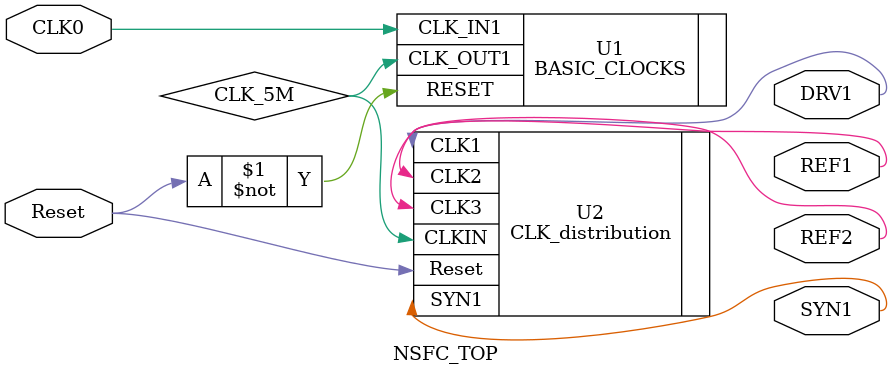
<source format=v>
`timescale 1ns / 1ps
/********************************************************************************
                           ¶¥²ãÄ£¿é
×÷ÓÃ£º²úÉúÏµÍ³ËùÐèÊ±ÖÓ
									
/********************************************************************************/
module NSFC_TOP(
    input CLK0,Reset, //ÏµÍ³Ö÷Ê±ÖÓÓë¸´Î»¡£
    output SYN1,DRV1,REF1,REF2
	);         
 
 wire CLK_5M;
 
 //»ù±¾Ê±ÖÓ, ÊäÈë50M£¬Êä³ö5M
  BASIC_CLOCKS U1
   (// Clock in ports
    .CLK_IN1(CLK0),   // IN-50M
    // Clock out ports
    .CLK_OUT1(CLK_5M),     // Out-5M
    .RESET(~Reset));        
  
 //100KÊ±ÖÓ
  CLK_distribution U2
  (
    .CLKIN(CLK_5M), //CLK_5M
	 .Reset(Reset),
	 .SYN1(SYN1),
    .CLK1(DRV1),
	 .CLK2(REF1),
	 .CLK3(REF2));
  
endmodule

</source>
